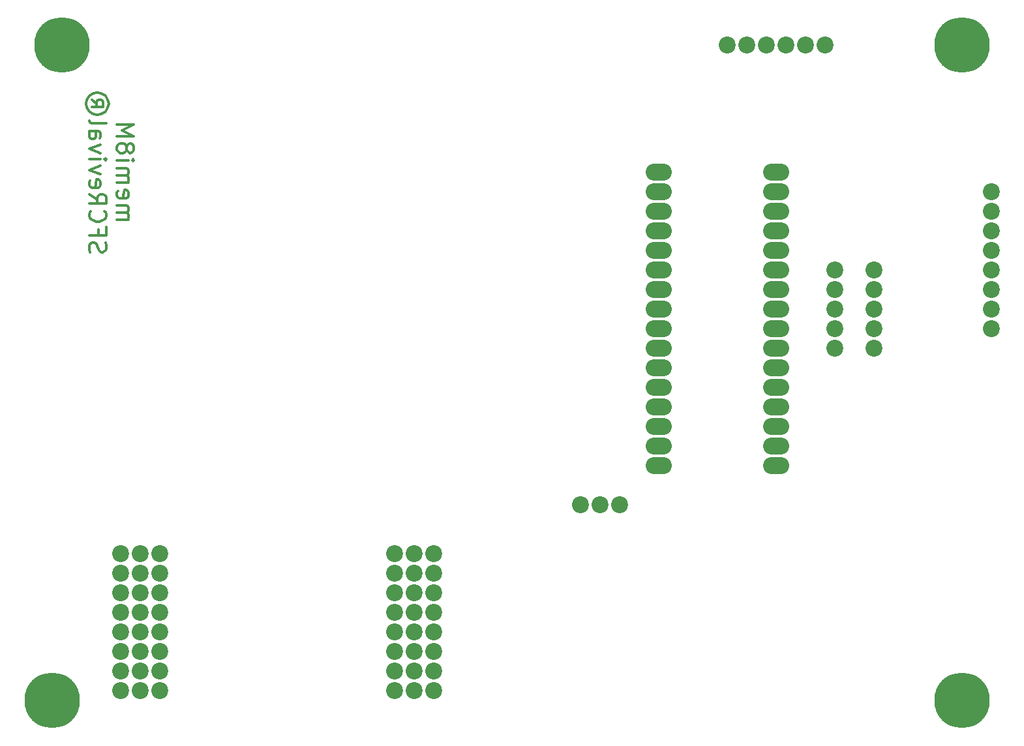
<source format=gbs>
G04 #@! TF.FileFunction,Soldermask,Bot*
%FSLAX46Y46*%
G04 Gerber Fmt 4.6, Leading zero omitted, Abs format (unit mm)*
G04 Created by KiCad (PCBNEW 4.0.7) date 03/21/19 10:54:29*
%MOMM*%
%LPD*%
G01*
G04 APERTURE LIST*
%ADD10C,0.100000*%
%ADD11C,0.300000*%
%ADD12C,2.200000*%
%ADD13O,3.400000X2.200000*%
%ADD14C,7.200000*%
G04 APERTURE END LIST*
D10*
D11*
X14874762Y-30010951D02*
X16341429Y-30010951D01*
X16131905Y-30010951D02*
X16236667Y-29906190D01*
X16341429Y-29696666D01*
X16341429Y-29382380D01*
X16236667Y-29172856D01*
X16027143Y-29068094D01*
X14874762Y-29068094D01*
X16027143Y-29068094D02*
X16236667Y-28963332D01*
X16341429Y-28753809D01*
X16341429Y-28439523D01*
X16236667Y-28229999D01*
X16027143Y-28125237D01*
X14874762Y-28125237D01*
X14979524Y-26239523D02*
X14874762Y-26449047D01*
X14874762Y-26868095D01*
X14979524Y-27077618D01*
X15189048Y-27182380D01*
X16027143Y-27182380D01*
X16236667Y-27077618D01*
X16341429Y-26868095D01*
X16341429Y-26449047D01*
X16236667Y-26239523D01*
X16027143Y-26134761D01*
X15817619Y-26134761D01*
X15608095Y-27182380D01*
X14874762Y-25191904D02*
X16341429Y-25191904D01*
X16131905Y-25191904D02*
X16236667Y-25087143D01*
X16341429Y-24877619D01*
X16341429Y-24563333D01*
X16236667Y-24353809D01*
X16027143Y-24249047D01*
X14874762Y-24249047D01*
X16027143Y-24249047D02*
X16236667Y-24144285D01*
X16341429Y-23934762D01*
X16341429Y-23620476D01*
X16236667Y-23410952D01*
X16027143Y-23306190D01*
X14874762Y-23306190D01*
X14874762Y-22258571D02*
X16341429Y-22258571D01*
X17074762Y-22258571D02*
X16970000Y-22363333D01*
X16865238Y-22258571D01*
X16970000Y-22153810D01*
X17074762Y-22258571D01*
X16865238Y-22258571D01*
X16131905Y-20896667D02*
X16236667Y-21106191D01*
X16341429Y-21210952D01*
X16550952Y-21315714D01*
X16655714Y-21315714D01*
X16865238Y-21210952D01*
X16970000Y-21106191D01*
X17074762Y-20896667D01*
X17074762Y-20477619D01*
X16970000Y-20268095D01*
X16865238Y-20163333D01*
X16655714Y-20058572D01*
X16550952Y-20058572D01*
X16341429Y-20163333D01*
X16236667Y-20268095D01*
X16131905Y-20477619D01*
X16131905Y-20896667D01*
X16027143Y-21106191D01*
X15922381Y-21210952D01*
X15712857Y-21315714D01*
X15293810Y-21315714D01*
X15084286Y-21210952D01*
X14979524Y-21106191D01*
X14874762Y-20896667D01*
X14874762Y-20477619D01*
X14979524Y-20268095D01*
X15084286Y-20163333D01*
X15293810Y-20058572D01*
X15712857Y-20058572D01*
X15922381Y-20163333D01*
X16027143Y-20268095D01*
X16131905Y-20477619D01*
X14874762Y-19115714D02*
X17074762Y-19115714D01*
X15503333Y-18382381D01*
X17074762Y-17649048D01*
X14874762Y-17649048D01*
X11379524Y-34201427D02*
X11274762Y-33887142D01*
X11274762Y-33363332D01*
X11379524Y-33153808D01*
X11484286Y-33049046D01*
X11693810Y-32944285D01*
X11903333Y-32944285D01*
X12112857Y-33049046D01*
X12217619Y-33153808D01*
X12322381Y-33363332D01*
X12427143Y-33782380D01*
X12531905Y-33991904D01*
X12636667Y-34096665D01*
X12846190Y-34201427D01*
X13055714Y-34201427D01*
X13265238Y-34096665D01*
X13370000Y-33991904D01*
X13474762Y-33782380D01*
X13474762Y-33258570D01*
X13370000Y-32944285D01*
X12427143Y-31268094D02*
X12427143Y-32001427D01*
X11274762Y-32001427D02*
X13474762Y-32001427D01*
X13474762Y-30953808D01*
X11484286Y-28858571D02*
X11379524Y-28963333D01*
X11274762Y-29277618D01*
X11274762Y-29487142D01*
X11379524Y-29801428D01*
X11589048Y-30010952D01*
X11798571Y-30115713D01*
X12217619Y-30220475D01*
X12531905Y-30220475D01*
X12950952Y-30115713D01*
X13160476Y-30010952D01*
X13370000Y-29801428D01*
X13474762Y-29487142D01*
X13474762Y-29277618D01*
X13370000Y-28963333D01*
X13265238Y-28858571D01*
X11274762Y-26658571D02*
X12322381Y-27391904D01*
X11274762Y-27915713D02*
X13474762Y-27915713D01*
X13474762Y-27077618D01*
X13370000Y-26868094D01*
X13265238Y-26763333D01*
X13055714Y-26658571D01*
X12741429Y-26658571D01*
X12531905Y-26763333D01*
X12427143Y-26868094D01*
X12322381Y-27077618D01*
X12322381Y-27915713D01*
X11379524Y-24877618D02*
X11274762Y-25087142D01*
X11274762Y-25506190D01*
X11379524Y-25715713D01*
X11589048Y-25820475D01*
X12427143Y-25820475D01*
X12636667Y-25715713D01*
X12741429Y-25506190D01*
X12741429Y-25087142D01*
X12636667Y-24877618D01*
X12427143Y-24772856D01*
X12217619Y-24772856D01*
X12008095Y-25820475D01*
X12741429Y-24039523D02*
X11274762Y-23515714D01*
X12741429Y-22991904D01*
X11274762Y-22153809D02*
X12741429Y-22153809D01*
X13474762Y-22153809D02*
X13370000Y-22258571D01*
X13265238Y-22153809D01*
X13370000Y-22049048D01*
X13474762Y-22153809D01*
X13265238Y-22153809D01*
X12741429Y-21315714D02*
X11274762Y-20791905D01*
X12741429Y-20268095D01*
X11274762Y-18487143D02*
X12427143Y-18487143D01*
X12636667Y-18591905D01*
X12741429Y-18801429D01*
X12741429Y-19220477D01*
X12636667Y-19430000D01*
X11379524Y-18487143D02*
X11274762Y-18696667D01*
X11274762Y-19220477D01*
X11379524Y-19430000D01*
X11589048Y-19534762D01*
X11798571Y-19534762D01*
X12008095Y-19430000D01*
X12112857Y-19220477D01*
X12112857Y-18696667D01*
X12217619Y-18487143D01*
X11274762Y-17125239D02*
X11379524Y-17334763D01*
X11589048Y-17439524D01*
X13474762Y-17439524D01*
X11589048Y-14401429D02*
X12217619Y-14925239D01*
X11589048Y-15344286D02*
X13055714Y-15344286D01*
X13055714Y-14715715D01*
X12950952Y-14506191D01*
X12741429Y-14401429D01*
X12531905Y-14401429D01*
X12322381Y-14506191D01*
X12217619Y-14715715D01*
X12217619Y-15344286D01*
X13789048Y-14925239D02*
X13684286Y-15449048D01*
X13370000Y-15972858D01*
X12846190Y-16287143D01*
X12322381Y-16391905D01*
X11798571Y-16287143D01*
X11274762Y-15972858D01*
X10960476Y-15449048D01*
X10855714Y-14925239D01*
X10960476Y-14401429D01*
X11274762Y-13877620D01*
X11798571Y-13563334D01*
X12322381Y-13458572D01*
X12846190Y-13563334D01*
X13370000Y-13877620D01*
X13684286Y-14401429D01*
X13789048Y-14925239D01*
D12*
X94080000Y-7320000D03*
X96620000Y-7320000D03*
X99160000Y-7320000D03*
X101700000Y-7320000D03*
X104240000Y-7320000D03*
X106780000Y-7320000D03*
X128370000Y-28910000D03*
X128370000Y-26370000D03*
X80110000Y-67010000D03*
X77570000Y-67010000D03*
X75030000Y-67010000D03*
X128370000Y-44150000D03*
X128370000Y-41610000D03*
X128370000Y-39070000D03*
X128370000Y-36530000D03*
X128370000Y-33990000D03*
X128370000Y-31450000D03*
X108050000Y-36530000D03*
X108050000Y-39070000D03*
X108050000Y-41610000D03*
X108050000Y-44150000D03*
X108050000Y-46690000D03*
X113130000Y-46690000D03*
X113130000Y-44150000D03*
X113130000Y-41610000D03*
X113130000Y-39070000D03*
X113130000Y-36530000D03*
D13*
X85190000Y-23830000D03*
X85190000Y-26370000D03*
X85190000Y-28910000D03*
X85190000Y-31450000D03*
X85190000Y-33990000D03*
X85190000Y-36530000D03*
X85190000Y-39070000D03*
X85190000Y-41610000D03*
X85190000Y-44150000D03*
X85190000Y-46690000D03*
X85190000Y-49230000D03*
X85190000Y-51770000D03*
X85190000Y-54310000D03*
X85190000Y-56850000D03*
X85190000Y-59390000D03*
X85190000Y-61930000D03*
X100430000Y-61930000D03*
X100430000Y-59390000D03*
X100430000Y-56850000D03*
X100430000Y-54310000D03*
X100430000Y-51770000D03*
X100430000Y-49230000D03*
X100430000Y-46690000D03*
X100430000Y-44150000D03*
X100430000Y-41610000D03*
X100430000Y-39070000D03*
X100430000Y-36530000D03*
X100430000Y-33990000D03*
X100430000Y-31450000D03*
X100430000Y-28910000D03*
X100430000Y-26370000D03*
X100430000Y-23830000D03*
D12*
X20420000Y-73360000D03*
X17880000Y-73360000D03*
X15340000Y-73360000D03*
X20420000Y-75900000D03*
X17880000Y-75900000D03*
X15340000Y-75900000D03*
X20420000Y-78440000D03*
X17880000Y-78440000D03*
X15340000Y-78440000D03*
X20420000Y-80980000D03*
X17880000Y-80980000D03*
X15340000Y-80980000D03*
X20420000Y-83520000D03*
X17880000Y-83520000D03*
X15340000Y-83520000D03*
X20420000Y-86060000D03*
X17880000Y-86060000D03*
X15340000Y-86060000D03*
X20420000Y-88600000D03*
X17880000Y-88600000D03*
X15340000Y-88600000D03*
X20420000Y-91140000D03*
X17880000Y-91140000D03*
X15340000Y-91140000D03*
X55980000Y-91140000D03*
X53440000Y-91140000D03*
X50900000Y-91140000D03*
X55980000Y-88600000D03*
X53440000Y-88600000D03*
X50900000Y-88600000D03*
X55980000Y-86060000D03*
X53440000Y-86060000D03*
X50900000Y-86060000D03*
X55980000Y-83520000D03*
X53440000Y-83520000D03*
X50900000Y-83520000D03*
X55980000Y-80980000D03*
X53440000Y-80980000D03*
X50900000Y-80980000D03*
X55980000Y-78440000D03*
X53440000Y-78440000D03*
X50900000Y-78440000D03*
X55980000Y-75900000D03*
X53440000Y-75900000D03*
X50900000Y-75900000D03*
X55980000Y-73360000D03*
X53440000Y-73360000D03*
X50900000Y-73360000D03*
D14*
X7720000Y-7320000D03*
X6450000Y-92410000D03*
X124560000Y-7320000D03*
X124560000Y-92410000D03*
M02*

</source>
